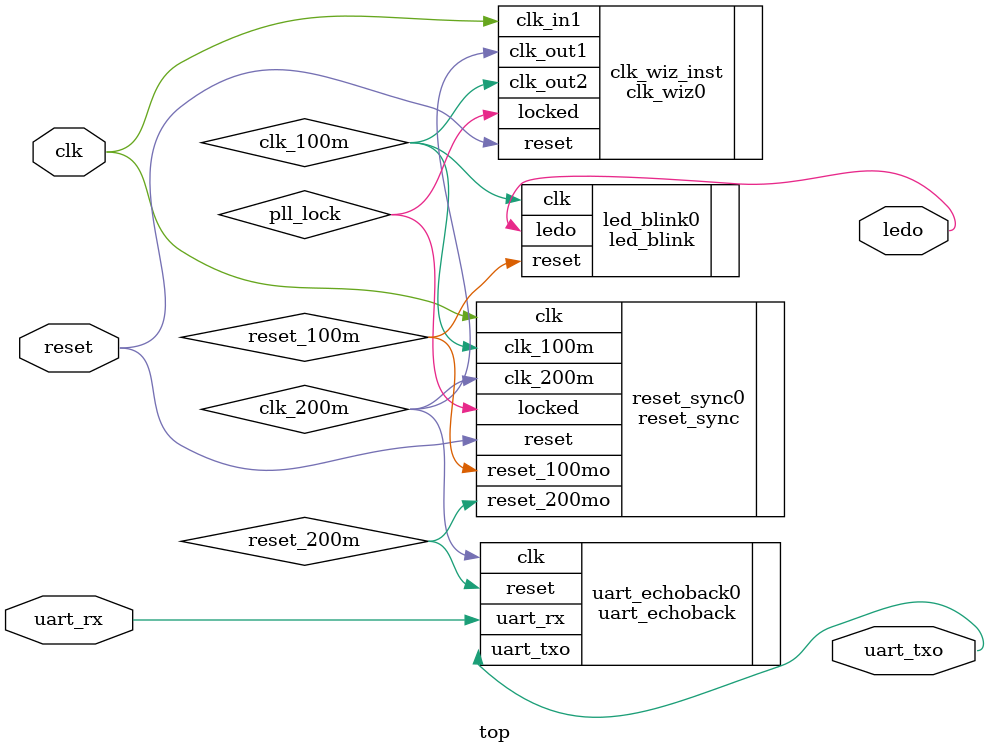
<source format=sv>
`timescale 1ns / 1ps

module top(
  input wire    clk,
  input wire    reset,
  output wire   ledo,
      
  input wire    uart_rx,
  output wire   uart_txo
);

wire  clk_100m;
wire  clk_200m;
wire  reset_100m;
wire  reset_200m;
wire  pll_lock;

clk_wiz0 clk_wiz_inst (
  .reset      ( reset ),
  .clk_in1    ( clk ),

  .clk_out1   ( clk_200m ),
  .clk_out2   ( clk_100m ),
  .locked     ( pll_lock )
);

reset_sync reset_sync0 (
  .clk          ( clk ),
  .locked       ( pll_lock ),
  .reset        ( reset ),
  .clk_100m     ( clk_100m ),
  .clk_200m     ( clk_200m ),
  .reset_100mo  ( reset_100m ),
  .reset_200mo  ( reset_200m )
);

led_blink led_blink0 (
  .clk          ( clk_100m ),
  .reset        ( reset_100m ),
  .ledo         ( ledo )
);

uart_echoback uart_echoback0 (
  .clk          ( clk_200m ),
  .reset        ( reset_200m ),
  .uart_rx      ( uart_rx ),
  .uart_txo     ( uart_txo )
);
    
endmodule

</source>
